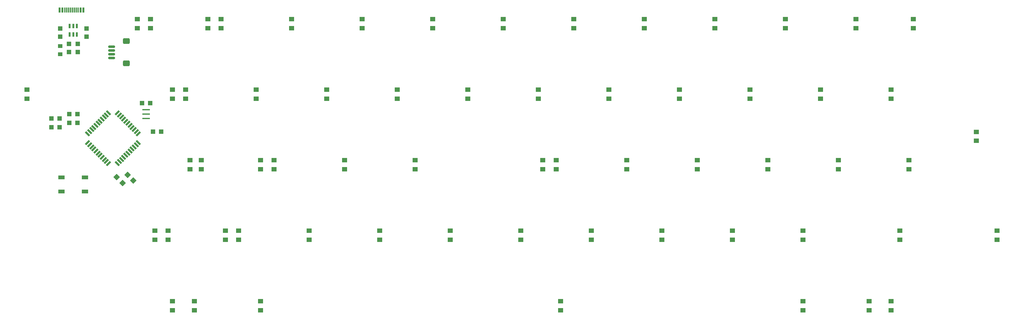
<source format=gbr>
G04 #@! TF.GenerationSoftware,KiCad,Pcbnew,(6.0.0)*
G04 #@! TF.CreationDate,2022-02-12T17:38:39+01:00*
G04 #@! TF.ProjectId,plain60-flex-edition,706c6169-6e36-4302-9d66-6c65782d6564,rev?*
G04 #@! TF.SameCoordinates,Original*
G04 #@! TF.FileFunction,Paste,Bot*
G04 #@! TF.FilePolarity,Positive*
%FSLAX46Y46*%
G04 Gerber Fmt 4.6, Leading zero omitted, Abs format (unit mm)*
G04 Created by KiCad (PCBNEW (6.0.0)) date 2022-02-12 17:38:39*
%MOMM*%
%LPD*%
G01*
G04 APERTURE LIST*
G04 Aperture macros list*
%AMRoundRect*
0 Rectangle with rounded corners*
0 $1 Rounding radius*
0 $2 $3 $4 $5 $6 $7 $8 $9 X,Y pos of 4 corners*
0 Add a 4 corners polygon primitive as box body*
4,1,4,$2,$3,$4,$5,$6,$7,$8,$9,$2,$3,0*
0 Add four circle primitives for the rounded corners*
1,1,$1+$1,$2,$3*
1,1,$1+$1,$4,$5*
1,1,$1+$1,$6,$7*
1,1,$1+$1,$8,$9*
0 Add four rect primitives between the rounded corners*
20,1,$1+$1,$2,$3,$4,$5,0*
20,1,$1+$1,$4,$5,$6,$7,0*
20,1,$1+$1,$6,$7,$8,$9,0*
20,1,$1+$1,$8,$9,$2,$3,0*%
%AMRotRect*
0 Rectangle, with rotation*
0 The origin of the aperture is its center*
0 $1 length*
0 $2 width*
0 $3 Rotation angle, in degrees counterclockwise*
0 Add horizontal line*
21,1,$1,$2,0,0,$3*%
G04 Aperture macros list end*
%ADD10R,1.400000X1.200000*%
%ADD11RotRect,1.500000X0.550000X315.000000*%
%ADD12RotRect,1.500000X0.550000X225.000000*%
%ADD13R,2.000000X0.400000*%
%ADD14R,1.700000X1.000000*%
%ADD15RotRect,1.200000X1.300000X135.000000*%
%ADD16R,1.300000X1.200000*%
%ADD17R,0.600000X1.450000*%
%ADD18R,0.300000X1.450000*%
%ADD19R,1.200000X1.250000*%
%ADD20R,1.300000X1.000000*%
%ADD21R,1.200000X1.300000*%
%ADD22R,0.600000X1.200000*%
%ADD23RoundRect,0.150000X-0.775000X0.150000X-0.775000X-0.150000X0.775000X-0.150000X0.775000X0.150000X0*%
%ADD24RoundRect,0.332800X-0.567200X0.467200X-0.567200X-0.467200X0.567200X-0.467200X0.567200X0.467200X0*%
%ADD25RotRect,1.200000X1.250000X135.000000*%
G04 APERTURE END LIST*
D10*
X245864269Y-11915634D03*
X245864269Y-9515634D03*
X239911139Y-88115698D03*
X239911139Y-85715698D03*
X216098619Y-88115698D03*
X216098619Y-85715698D03*
X150614189Y-88115698D03*
X150614189Y-85715698D03*
X69651621Y-88115698D03*
X69651621Y-85715698D03*
X268486163Y-69065682D03*
X268486163Y-66665682D03*
X242292391Y-69065682D03*
X242292391Y-66665682D03*
X216098619Y-69065682D03*
X216098619Y-66665682D03*
X197048603Y-69065682D03*
X197048603Y-66665682D03*
X139898555Y-69065682D03*
X139898555Y-66665682D03*
X101798523Y-69065682D03*
X101798523Y-66665682D03*
X82748507Y-69065682D03*
X82748507Y-66665682D03*
X220861123Y-30965650D03*
X220861123Y-28565650D03*
X225623627Y-50015666D03*
X225623627Y-47615666D03*
X49410979Y-30965650D03*
X49410979Y-28565650D03*
X182761091Y-30965650D03*
X182761091Y-28565650D03*
X206573611Y-50015666D03*
X206573611Y-47615666D03*
X111323531Y-50015666D03*
X111323531Y-47615666D03*
X53578170Y-50015666D03*
X53578170Y-47615666D03*
X187523595Y-50015666D03*
X187523595Y-47615666D03*
X145851685Y-50015666D03*
X145851685Y-47615666D03*
X50601605Y-50015666D03*
X50601605Y-47615666D03*
X73223499Y-50015666D03*
X73223499Y-47615666D03*
X106561027Y-30965650D03*
X106561027Y-28565650D03*
X201811107Y-30965650D03*
X201811107Y-28565650D03*
X125611043Y-30965650D03*
X125611043Y-28565650D03*
X163711075Y-30965650D03*
X163711075Y-28565650D03*
X244673643Y-50015666D03*
X244673643Y-47615666D03*
X149423563Y-50015666D03*
X149423563Y-47615666D03*
X92273515Y-50015666D03*
X92273515Y-47615666D03*
X60126613Y-69065682D03*
X60126613Y-66665682D03*
X158948571Y-69065682D03*
X158948571Y-66665682D03*
X262899287Y-42380061D03*
X262899287Y-39980061D03*
X51792231Y-88115698D03*
X51792231Y-85715698D03*
X168473579Y-50015666D03*
X168473579Y-47615666D03*
X87511011Y-30965650D03*
X87511011Y-28565650D03*
X239911139Y-30965650D03*
X239911139Y-28565650D03*
X69651621Y-50015666D03*
X69651621Y-47615666D03*
X144661059Y-30965650D03*
X144661059Y-28565650D03*
X177998587Y-69065682D03*
X177998587Y-66665682D03*
X120848539Y-69065682D03*
X120848539Y-66665682D03*
X68460995Y-30965650D03*
X68460995Y-28565650D03*
D11*
X22906714Y-40469828D03*
X23472400Y-39904143D03*
X24038085Y-39338458D03*
X24603770Y-38772772D03*
X25169456Y-38207087D03*
X25735141Y-37641401D03*
X26300827Y-37075716D03*
X26866512Y-36510030D03*
X27432198Y-35944345D03*
X27997883Y-35378660D03*
X28563568Y-34812974D03*
D12*
X30967732Y-34812974D03*
X31533417Y-35378660D03*
X32099102Y-35944345D03*
X32664788Y-36510030D03*
X33230473Y-37075716D03*
X33796159Y-37641401D03*
X34361844Y-38207087D03*
X34927530Y-38772772D03*
X35493215Y-39338458D03*
X36058900Y-39904143D03*
X36624586Y-40469828D03*
D11*
X36624586Y-42873992D03*
X36058900Y-43439677D03*
X35493215Y-44005362D03*
X34927530Y-44571048D03*
X34361844Y-45136733D03*
X33796159Y-45702419D03*
X33230473Y-46268104D03*
X32664788Y-46833790D03*
X32099102Y-47399475D03*
X31533417Y-47965160D03*
X30967732Y-48530846D03*
D12*
X28563568Y-48530846D03*
X27997883Y-47965160D03*
X27432198Y-47399475D03*
X26866512Y-46833790D03*
X26300827Y-46268104D03*
X25735141Y-45702419D03*
X25169456Y-45136733D03*
X24603770Y-44571048D03*
X24038085Y-44005362D03*
X23472400Y-43439677D03*
X22906714Y-42873992D03*
D13*
X38695345Y-36323467D03*
X38695345Y-33923467D03*
X38695345Y-35123467D03*
D14*
X22200016Y-56073483D03*
X15900016Y-56073483D03*
X15900016Y-52273483D03*
X22200016Y-52273483D03*
D15*
X35267505Y-53126895D03*
X33711871Y-51571261D03*
D10*
X173236083Y-11915634D03*
X173236083Y-9515634D03*
X154186067Y-11915634D03*
X154186067Y-9515634D03*
X230386131Y-11915634D03*
X230386131Y-9515634D03*
X192286099Y-11915634D03*
X192286099Y-9515634D03*
X45839101Y-30965650D03*
X45839101Y-28565650D03*
X6548443Y-30965650D03*
X6548443Y-28565650D03*
X211336115Y-11915634D03*
X211336115Y-9515634D03*
X116086035Y-11915634D03*
X116086035Y-9515634D03*
X55364109Y-11915634D03*
X55364109Y-9515634D03*
X77986003Y-11915634D03*
X77986003Y-9515634D03*
X135136051Y-11915634D03*
X135136051Y-9515634D03*
X97036019Y-11915634D03*
X97036019Y-9515634D03*
X58935987Y-11915634D03*
X58935987Y-9515634D03*
X233958009Y-88115698D03*
X233958009Y-85715698D03*
D16*
X17859390Y-18364077D03*
X17859390Y-16164077D03*
D17*
X15343000Y-7075000D03*
X16118000Y-7075000D03*
D18*
X16818000Y-7075000D03*
X17318000Y-7075000D03*
X17818000Y-7075000D03*
X18318000Y-7075000D03*
X18818000Y-7075000D03*
X19318000Y-7075000D03*
X19818000Y-7075000D03*
X20318000Y-7075000D03*
D17*
X21018000Y-7075000D03*
X21793000Y-7075000D03*
D10*
X63698491Y-69065682D03*
X63698491Y-66665682D03*
D19*
X39795345Y-32146902D03*
X37595345Y-32146902D03*
X17950016Y-37504719D03*
X20150016Y-37504719D03*
D10*
X41076597Y-69065682D03*
X41076597Y-66665682D03*
D20*
X15478138Y-18959390D03*
X15478138Y-16759390D03*
D10*
X36314093Y-11915634D03*
X36314093Y-9515634D03*
X44648475Y-69065682D03*
X44648475Y-66665682D03*
D16*
X20240642Y-16164077D03*
X20240642Y-18364077D03*
D19*
X15387512Y-36314093D03*
X13187512Y-36314093D03*
X42771910Y-39885971D03*
X40571910Y-39885971D03*
D21*
X15387512Y-38695345D03*
X13187512Y-38695345D03*
D16*
X22621894Y-11996886D03*
X22621894Y-14196886D03*
D10*
X39885971Y-11915634D03*
X39885971Y-9515634D03*
X45839101Y-88115698D03*
X45839101Y-85715698D03*
D22*
X18100016Y-11351573D03*
X19050016Y-11351573D03*
X20000016Y-11351573D03*
X20000016Y-13651573D03*
X19050016Y-13651573D03*
X18100016Y-13651573D03*
D16*
X15478138Y-14196886D03*
X15478138Y-11996886D03*
D23*
X29401589Y-16954703D03*
X29401589Y-17954703D03*
X29401589Y-18954703D03*
X29401589Y-19954703D03*
D24*
X33426589Y-15454703D03*
X33426589Y-21454703D03*
D19*
X17950016Y-35123467D03*
X20150016Y-35123467D03*
D25*
X32329406Y-53760674D03*
X30773772Y-52205040D03*
M02*

</source>
